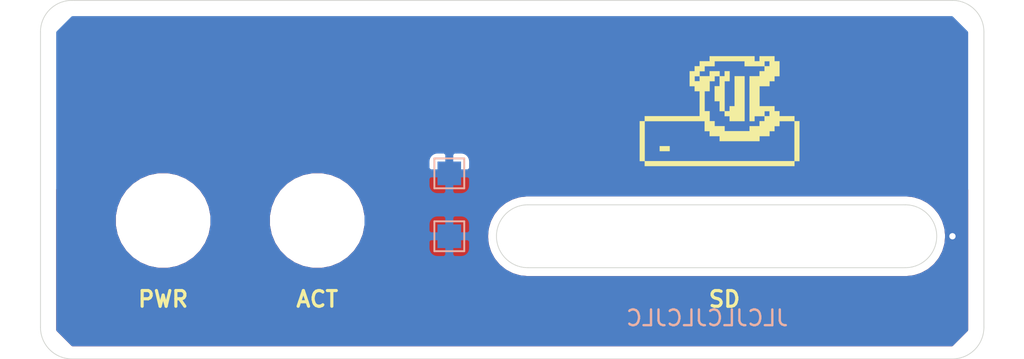
<source format=kicad_pcb>
(kicad_pcb (version 20171130) (host pcbnew "(5.1.12-1-10_14)")

  (general
    (thickness 1.6)
    (drawings 19)
    (tracks 5)
    (zones 0)
    (modules 5)
    (nets 2)
  )

  (page A4)
  (title_block
    (title "TashTwenty Tiny PCB front panel")
    (date 2022-06-08)
    (rev 1.1)
    (company Lostwave)
    (comment 1 https://68kmla.org)
    (comment 2 https://68kmla.org/bb/index.php?threads/tashtwenty-single-chip-dcd-hard-disk-20-interface.39357/)
    (comment 3 https://github.com/lampmerchant/tashtwenty)
  )

  (layers
    (0 F.Cu signal)
    (31 B.Cu power)
    (36 B.SilkS user)
    (37 F.SilkS user)
    (38 B.Mask user)
    (39 F.Mask user)
    (40 Dwgs.User user)
    (41 Cmts.User user)
    (44 Edge.Cuts user)
    (45 Margin user)
    (46 B.CrtYd user)
    (47 F.CrtYd user)
    (48 B.Fab user)
    (49 F.Fab user)
  )

  (setup
    (last_trace_width 0.25)
    (trace_clearance 0.2)
    (zone_clearance 0.508)
    (zone_45_only no)
    (trace_min 0.2)
    (via_size 0.8)
    (via_drill 0.4)
    (via_min_size 0.4)
    (via_min_drill 0.3)
    (uvia_size 0.3)
    (uvia_drill 0.1)
    (uvias_allowed no)
    (uvia_min_size 0.2)
    (uvia_min_drill 0.1)
    (edge_width 0.05)
    (segment_width 0.2)
    (pcb_text_width 0.3)
    (pcb_text_size 1.5 1.5)
    (mod_edge_width 0.12)
    (mod_text_size 1 1)
    (mod_text_width 0.15)
    (pad_size 5 5)
    (pad_drill 5)
    (pad_to_mask_clearance 0)
    (aux_axis_origin 0 0)
    (visible_elements FFFFFF7F)
    (pcbplotparams
      (layerselection 0x010f0_ffffffff)
      (usegerberextensions false)
      (usegerberattributes true)
      (usegerberadvancedattributes true)
      (creategerberjobfile true)
      (excludeedgelayer true)
      (linewidth 0.100000)
      (plotframeref false)
      (viasonmask false)
      (mode 1)
      (useauxorigin false)
      (hpglpennumber 1)
      (hpglpenspeed 20)
      (hpglpendiameter 15.000000)
      (psnegative false)
      (psa4output false)
      (plotreference true)
      (plotvalue true)
      (plotinvisibletext false)
      (padsonsilk false)
      (subtractmaskfromsilk false)
      (outputformat 1)
      (mirror false)
      (drillshape 0)
      (scaleselection 1)
      (outputdirectory ""))
  )

  (net 0 "")
  (net 1 Earth)

  (net_class Default "Ceci est la Netclass par défaut."
    (clearance 0.2)
    (trace_width 0.25)
    (via_dia 0.8)
    (via_drill 0.4)
    (uvia_dia 0.3)
    (uvia_drill 0.1)
    (add_net Earth)
  )

  (module TestPoint:TestPoint_Pad_1.5x1.5mm (layer B.Cu) (tedit 5A0F774F) (tstamp 6245F8D7)
    (at 64 51)
    (descr "SMD rectangular pad as test Point, square 1.5mm side length")
    (tags "test point SMD pad rectangle square")
    (path /6245FB73)
    (attr virtual)
    (fp_text reference TP2 (at 0 1.648) (layer B.SilkS) hide
      (effects (font (size 1 1) (thickness 0.15)) (justify mirror))
    )
    (fp_text value TestPoint (at 0 -1.75) (layer B.Fab)
      (effects (font (size 1 1) (thickness 0.15)) (justify mirror))
    )
    (fp_line (start -0.95 0.95) (end 0.95 0.95) (layer B.SilkS) (width 0.12))
    (fp_line (start 0.95 0.95) (end 0.95 -0.95) (layer B.SilkS) (width 0.12))
    (fp_line (start 0.95 -0.95) (end -0.95 -0.95) (layer B.SilkS) (width 0.12))
    (fp_line (start -0.95 -0.95) (end -0.95 0.95) (layer B.SilkS) (width 0.12))
    (fp_line (start -1.25 1.25) (end 1.25 1.25) (layer B.CrtYd) (width 0.05))
    (fp_line (start -1.25 1.25) (end -1.25 -1.25) (layer B.CrtYd) (width 0.05))
    (fp_line (start 1.25 -1.25) (end 1.25 1.25) (layer B.CrtYd) (width 0.05))
    (fp_line (start 1.25 -1.25) (end -1.25 -1.25) (layer B.CrtYd) (width 0.05))
    (fp_text user %R (at 0 1.65) (layer B.Fab)
      (effects (font (size 1 1) (thickness 0.15)) (justify mirror))
    )
    (pad 1 smd rect (at 0 0) (size 1.5 1.5) (layers B.Cu B.Mask)
      (net 1 Earth))
  )

  (module TestPoint:TestPoint_Pad_1.5x1.5mm (layer B.Cu) (tedit 5A0F774F) (tstamp 6245F8C9)
    (at 64 55)
    (descr "SMD rectangular pad as test Point, square 1.5mm side length")
    (tags "test point SMD pad rectangle square")
    (path /6246096F)
    (attr virtual)
    (fp_text reference TP1 (at 0 1.648) (layer B.SilkS) hide
      (effects (font (size 1 1) (thickness 0.15)) (justify mirror))
    )
    (fp_text value TestPoint (at 0 -1.75) (layer B.Fab)
      (effects (font (size 1 1) (thickness 0.15)) (justify mirror))
    )
    (fp_line (start -0.95 0.95) (end 0.95 0.95) (layer B.SilkS) (width 0.12))
    (fp_line (start 0.95 0.95) (end 0.95 -0.95) (layer B.SilkS) (width 0.12))
    (fp_line (start 0.95 -0.95) (end -0.95 -0.95) (layer B.SilkS) (width 0.12))
    (fp_line (start -0.95 -0.95) (end -0.95 0.95) (layer B.SilkS) (width 0.12))
    (fp_line (start -1.25 1.25) (end 1.25 1.25) (layer B.CrtYd) (width 0.05))
    (fp_line (start -1.25 1.25) (end -1.25 -1.25) (layer B.CrtYd) (width 0.05))
    (fp_line (start 1.25 -1.25) (end 1.25 1.25) (layer B.CrtYd) (width 0.05))
    (fp_line (start 1.25 -1.25) (end -1.25 -1.25) (layer B.CrtYd) (width 0.05))
    (fp_text user %R (at 0 1.65) (layer B.Fab)
      (effects (font (size 1 1) (thickness 0.15)) (justify mirror))
    )
    (pad 1 smd rect (at 0 0) (size 1.5 1.5) (layers B.Cu B.Mask)
      (net 1 Earth))
  )

  (module Logo:logo (layer F.Cu) (tedit 0) (tstamp 6249755C)
    (at 81 46.6)
    (fp_text reference G*** (at 0 0) (layer F.SilkS) hide
      (effects (font (size 1.524 1.524) (thickness 0.3)))
    )
    (fp_text value LOGO (at 0.75 0) (layer F.SilkS) hide
      (effects (font (size 1.524 1.524) (thickness 0.3)))
    )
    (fp_poly (pts (xy 0.8255 -1.4605) (xy 0.508 -1.4605) (xy 0.508 0.4445) (xy 0.1905 0.4445)
      (xy 0.1905 -0.1905) (xy -0.127 -0.1905) (xy -0.127 -1.143) (xy 0.1905 -1.143)
      (xy 0.1905 -1.778) (xy 0.508 -1.778) (xy 0.508 -2.0955) (xy 0.8255 -2.0955)
      (xy 0.8255 -1.4605)) (layer F.SilkS) (width 0.01))
    (fp_poly (pts (xy 1.778 1.0795) (xy 0.8255 1.0795) (xy 0.8255 0.762) (xy 0.508 0.762)
      (xy 0.508 0.4445) (xy 0.8255 0.4445) (xy 0.8255 0.127) (xy 1.143 0.127)
      (xy 1.143 -1.778) (xy 1.778 -1.778) (xy 1.778 1.0795)) (layer F.SilkS) (width 0.01))
    (fp_poly (pts (xy -2.9845 2.9845) (xy -3.6195 2.9845) (xy -3.6195 2.667) (xy -2.9845 2.667)
      (xy -2.9845 2.9845)) (layer F.SilkS) (width 0.01))
    (fp_poly (pts (xy 5.2705 1.0795) (xy 5.2705 3.6195) (xy 4.953 3.6195) (xy 4.953 3.937)
      (xy -4.572 3.937) (xy -4.572 3.6195) (xy -4.8895 3.6195) (xy -4.8895 1.0795)
      (xy -4.572 1.0795) (xy -4.572 3.6195) (xy 4.953 3.6195) (xy 4.953 1.0795)
      (xy 4.0005 1.0795) (xy 4.0005 1.397) (xy 3.683 1.397) (xy 3.683 1.7145)
      (xy 3.3655 1.7145) (xy 3.3655 2.032) (xy 2.7305 2.032) (xy 2.7305 2.3495)
      (xy 0.1905 2.3495) (xy 0.1905 2.032) (xy -0.4445 2.032) (xy -0.4445 1.7145)
      (xy -0.762 1.7145) (xy -0.762 1.0795) (xy -4.572 1.0795) (xy -4.572 0.762)
      (xy -1.0795 0.762) (xy -1.0795 -0.8255) (xy -1.397 -0.8255) (xy -1.397 -1.143)
      (xy -1.7145 -1.143) (xy -1.7145 -1.778) (xy -1.397 -1.778) (xy -1.397 -1.4605)
      (xy -1.0795 -1.4605) (xy -1.0795 -1.778) (xy -1.397 -1.778) (xy -1.7145 -1.778)
      (xy -1.7145 -2.0955) (xy -1.397 -2.0955) (xy -1.0795 -2.0955) (xy -1.0795 -1.778)
      (xy -0.4445 -1.778) (xy -0.4445 -2.0955) (xy 0.1905 -2.0955) (xy 0.1905 -1.778)
      (xy -0.127 -1.778) (xy -0.127 -1.4605) (xy -0.4445 -1.4605) (xy -0.4445 -0.8255)
      (xy -0.762 -0.8255) (xy -0.762 0.4445) (xy -0.4445 0.4445) (xy -0.4445 1.0795)
      (xy -0.127 1.0795) (xy -0.127 1.397) (xy 0.508 1.397) (xy 0.508 1.7145)
      (xy 2.0955 1.7145) (xy 2.0955 1.397) (xy 2.7305 1.397) (xy 2.7305 1.0795)
      (xy 3.048 1.0795) (xy 3.048 0.762) (xy 2.413 0.762) (xy 2.413 1.0795)
      (xy 2.0955 1.0795) (xy 2.0955 0.4445) (xy 3.048 0.4445) (xy 3.048 0.762)
      (xy 3.3655 0.762) (xy 3.3655 0.4445) (xy 3.048 0.4445) (xy 2.0955 0.4445)
      (xy 2.0955 -1.778) (xy 2.7305 -1.778) (xy 2.7305 -2.0955) (xy 3.048 -2.0955)
      (xy 3.048 -2.413) (xy 1.778 -2.413) (xy 1.778 -2.7305) (xy -0.127 -2.7305)
      (xy -0.127 -2.413) (xy -0.762 -2.413) (xy -0.762 -2.0955) (xy -1.0795 -2.0955)
      (xy -1.397 -2.0955) (xy -1.397 -2.413) (xy -1.0795 -2.413) (xy -1.0795 -2.7305)
      (xy -0.4445 -2.7305) (xy -0.4445 -3.048) (xy 2.413 -3.048) (xy 2.413 -2.7305)
      (xy 2.7305 -2.7305) (xy 3.048 -2.7305) (xy 3.048 -2.413) (xy 3.3655 -2.413)
      (xy 3.3655 -2.7305) (xy 3.048 -2.7305) (xy 2.7305 -2.7305) (xy 2.7305 -3.048)
      (xy 3.683 -3.048) (xy 3.683 -2.7305) (xy 4.0005 -2.7305) (xy 4.0005 -1.778)
      (xy 3.683 -1.778) (xy 3.683 -1.4605) (xy 3.3655 -1.4605) (xy 3.3655 -1.143)
      (xy 2.7305 -1.143) (xy 2.7305 0.127) (xy 3.683 0.127) (xy 3.683 0.4445)
      (xy 4.0005 0.4445) (xy 4.0005 0.762) (xy 4.953 0.762) (xy 4.953 1.0795)
      (xy 5.2705 1.0795)) (layer F.SilkS) (width 0.01))
  )

  (module MountingHole:MountingHole_5mm (layer F.Cu) (tedit 629E4F5C) (tstamp 624647FE)
    (at 55.6 54)
    (descr "Mounting Hole 5mm, no annular")
    (tags "mounting hole 5mm no annular")
    (path /6245F1E7)
    (attr virtual)
    (fp_text reference H2 (at 0 -6) (layer F.SilkS) hide
      (effects (font (size 1 1) (thickness 0.15)))
    )
    (fp_text value "Activity LED" (at 0 6) (layer F.Fab)
      (effects (font (size 1 1) (thickness 0.15)))
    )
    (fp_circle (center 0 0) (end 5.25 0) (layer F.CrtYd) (width 0.05))
    (fp_circle (center 0 0) (end 5 0) (layer Cmts.User) (width 0.15))
    (fp_text user %R (at 0.3 0) (layer F.Fab)
      (effects (font (size 1 1) (thickness 0.15)))
    )
    (pad "" np_thru_hole circle (at 0 0) (size 5 5) (drill 5) (layers *.Cu *.Mask))
  )

  (module MountingHole:MountingHole_5mm (layer F.Cu) (tedit 56D1B4CB) (tstamp 62464924)
    (at 45.8 54)
    (descr "Mounting Hole 5mm, no annular")
    (tags "mounting hole 5mm no annular")
    (path /6245E9E3)
    (attr virtual)
    (fp_text reference H1 (at 0 -6) (layer F.SilkS) hide
      (effects (font (size 1 1) (thickness 0.15)))
    )
    (fp_text value "Power LED" (at 0 6) (layer F.Fab)
      (effects (font (size 1 1) (thickness 0.15)))
    )
    (fp_circle (center 0 0) (end 5.25 0) (layer F.CrtYd) (width 0.05))
    (fp_circle (center 0 0) (end 5 0) (layer Cmts.User) (width 0.15))
    (fp_text user %R (at 0.3 0) (layer F.Fab)
      (effects (font (size 1 1) (thickness 0.15)))
    )
    (pad 1 np_thru_hole circle (at 0 0) (size 5 5) (drill 5) (layers *.Cu *.Mask))
  )

  (gr_line (start 37.5 51) (end 35.5 51) (layer Cmts.User) (width 0.15))
  (gr_line (start 99 51) (end 100.5 51) (layer Cmts.User) (width 0.15))
  (gr_text JLCJLCJLCJLC (at 80.4 60.2) (layer B.SilkS)
    (effects (font (size 1 1) (thickness 0.15)) (justify mirror))
  )
  (gr_text HD20 (at 51 46.5) (layer F.Cu) (tstamp 6249749B)
    (effects (font (size 3 4) (thickness 0.6)))
  )
  (gr_text ACT (at 55.6 59) (layer F.SilkS) (tstamp 624649DE)
    (effects (font (size 1 1) (thickness 0.2)))
  )
  (gr_text PWR (at 45.8 59) (layer F.SilkS) (tstamp 624649D9)
    (effects (font (size 1 1) (thickness 0.2)))
  )
  (gr_text SD (at 81.5 59) (layer F.SilkS)
    (effects (font (size 1 1) (thickness 0.2)))
  )
  (gr_arc (start 93 55) (end 93 57) (angle -180) (layer Edge.Cuts) (width 0.05) (tstamp 6245EB58))
  (gr_line (start 69 57) (end 93 57) (layer Edge.Cuts) (width 0.05) (tstamp 6245EB52))
  (gr_line (start 69 53) (end 93 53) (layer Edge.Cuts) (width 0.05) (tstamp 6245EB55))
  (gr_arc (start 69 55) (end 69 53) (angle -180) (layer Edge.Cuts) (width 0.05) (tstamp 6245EB4F))
  (gr_line (start 40 40) (end 96 40) (layer Edge.Cuts) (width 0.05) (tstamp 6245E871))
  (gr_line (start 38 60.8) (end 38 42) (layer Edge.Cuts) (width 0.05) (tstamp 6245E86E))
  (gr_line (start 96 62.8) (end 40 62.8) (layer Edge.Cuts) (width 0.05) (tstamp 6245E86A))
  (gr_line (start 98 42) (end 98 60.8) (layer Edge.Cuts) (width 0.05) (tstamp 6245E865))
  (gr_arc (start 96 60.8) (end 96 62.8) (angle -90) (layer Edge.Cuts) (width 0.05) (tstamp 6245E836))
  (gr_arc (start 40 60.8) (end 38 60.8) (angle -90) (layer Edge.Cuts) (width 0.05) (tstamp 6245E826))
  (gr_arc (start 96 42) (end 98 42) (angle -90) (layer Edge.Cuts) (width 0.05) (tstamp 6245E818))
  (gr_arc (start 40 42) (end 40 40) (angle -90) (layer Edge.Cuts) (width 0.05))

  (segment (start 64 56) (end 64 51) (width 0.25) (layer B.Cu) (net 1))
  (segment (start 64 51) (end 94 51) (width 0.25) (layer B.Cu) (net 1))
  (segment (start 94 51) (end 96 53) (width 0.25) (layer B.Cu) (net 1))
  (via (at 96 55) (size 0.8) (drill 0.4) (layers F.Cu B.Cu) (net 1))
  (segment (start 96 53) (end 96 56) (width 0.25) (layer B.Cu) (net 1))

  (zone (net 1) (net_name Earth) (layer B.Cu) (tstamp 629FCD86) (hatch edge 0.508)
    (connect_pads (clearance 0.508))
    (min_thickness 0.254)
    (fill yes (arc_segments 32) (thermal_gap 0.508) (thermal_bridge_width 0.508))
    (polygon
      (pts
        (xy 97 42) (xy 97 61) (xy 96 62) (xy 40 62) (xy 39 61)
        (xy 39 42) (xy 40 41) (xy 96 41)
      )
    )
    (filled_polygon
      (pts
        (xy 96.873 42.052606) (xy 96.873 60.947394) (xy 95.947394 61.873) (xy 40.052606 61.873) (xy 39.127 60.947394)
        (xy 39.127 53.691229) (xy 42.665 53.691229) (xy 42.665 54.308771) (xy 42.785476 54.914446) (xy 43.021799 55.484979)
        (xy 43.364886 55.998446) (xy 43.801554 56.435114) (xy 44.315021 56.778201) (xy 44.885554 57.014524) (xy 45.491229 57.135)
        (xy 46.108771 57.135) (xy 46.714446 57.014524) (xy 47.284979 56.778201) (xy 47.798446 56.435114) (xy 48.235114 55.998446)
        (xy 48.578201 55.484979) (xy 48.814524 54.914446) (xy 48.935 54.308771) (xy 48.935 53.691229) (xy 52.465 53.691229)
        (xy 52.465 54.308771) (xy 52.585476 54.914446) (xy 52.821799 55.484979) (xy 53.164886 55.998446) (xy 53.601554 56.435114)
        (xy 54.115021 56.778201) (xy 54.685554 57.014524) (xy 55.291229 57.135) (xy 55.908771 57.135) (xy 56.514446 57.014524)
        (xy 57.084979 56.778201) (xy 57.598446 56.435114) (xy 58.035114 55.998446) (xy 58.201119 55.75) (xy 62.611928 55.75)
        (xy 62.624188 55.874482) (xy 62.660498 55.99418) (xy 62.719463 56.104494) (xy 62.798815 56.201185) (xy 62.895506 56.280537)
        (xy 63.00582 56.339502) (xy 63.125518 56.375812) (xy 63.25 56.388072) (xy 63.71425 56.385) (xy 63.873 56.22625)
        (xy 63.873 55.127) (xy 64.127 55.127) (xy 64.127 56.22625) (xy 64.28575 56.385) (xy 64.75 56.388072)
        (xy 64.874482 56.375812) (xy 64.99418 56.339502) (xy 65.104494 56.280537) (xy 65.201185 56.201185) (xy 65.280537 56.104494)
        (xy 65.339502 55.99418) (xy 65.375812 55.874482) (xy 65.388072 55.75) (xy 65.385 55.28575) (xy 65.22625 55.127)
        (xy 64.127 55.127) (xy 63.873 55.127) (xy 62.77375 55.127) (xy 62.615 55.28575) (xy 62.611928 55.75)
        (xy 58.201119 55.75) (xy 58.378201 55.484979) (xy 58.598079 54.954147) (xy 66.342765 54.954147) (xy 66.343183 55.013964)
        (xy 66.342765 55.073781) (xy 66.343665 55.082952) (xy 66.384466 55.471145) (xy 66.396487 55.529708) (xy 66.407702 55.588501)
        (xy 66.410366 55.597323) (xy 66.52579 55.970198) (xy 66.548975 56.025353) (xy 66.571379 56.080806) (xy 66.575706 56.088943)
        (xy 66.761357 56.432298) (xy 66.79478 56.481849) (xy 66.827562 56.531946) (xy 66.833387 56.539087) (xy 67.082194 56.839841)
        (xy 67.124629 56.881981) (xy 67.166492 56.92473) (xy 67.173592 56.930604) (xy 67.476077 57.177305) (xy 67.525904 57.210409)
        (xy 67.575259 57.244204) (xy 67.583365 57.248587) (xy 67.928007 57.431837) (xy 67.983311 57.454631) (xy 68.038295 57.478198)
        (xy 68.047098 57.480923) (xy 68.42077 57.593741) (xy 68.479458 57.605361) (xy 68.537961 57.617797) (xy 68.547126 57.61876)
        (xy 68.935595 57.65685) (xy 68.935598 57.65685) (xy 68.967581 57.66) (xy 93.032419 57.66) (xy 93.066382 57.656655)
        (xy 93.092329 57.656655) (xy 93.101494 57.655692) (xy 93.489393 57.612182) (xy 93.547873 57.599751) (xy 93.606583 57.588127)
        (xy 93.615386 57.585401) (xy 93.987447 57.467377) (xy 94.04243 57.443811) (xy 94.097736 57.421016) (xy 94.105842 57.416633)
        (xy 94.447892 57.228589) (xy 94.497221 57.194812) (xy 94.547074 57.161691) (xy 94.554174 57.155816) (xy 94.853185 56.904916)
        (xy 94.895029 56.862186) (xy 94.937484 56.820027) (xy 94.943308 56.812886) (xy 95.187892 56.508684) (xy 95.22064 56.458639)
        (xy 95.254097 56.409038) (xy 95.258423 56.400901) (xy 95.439262 56.054989) (xy 95.461665 55.99954) (xy 95.484852 55.944381)
        (xy 95.487515 55.935559) (xy 95.597722 55.561109) (xy 95.608925 55.502379) (xy 95.62096 55.44375) (xy 95.621859 55.434579)
        (xy 95.657235 55.045853) (xy 95.656817 54.986036) (xy 95.657235 54.926219) (xy 95.656335 54.917047) (xy 95.615534 54.528855)
        (xy 95.603514 54.470299) (xy 95.592298 54.411498) (xy 95.589634 54.402677) (xy 95.47421 54.029802) (xy 95.451025 53.974647)
        (xy 95.428621 53.919194) (xy 95.424294 53.911058) (xy 95.424294 53.911057) (xy 95.424291 53.911053) (xy 95.238643 53.567702)
        (xy 95.205187 53.518101) (xy 95.172437 53.468054) (xy 95.166613 53.460913) (xy 94.917806 53.160158) (xy 94.875371 53.118019)
        (xy 94.833508 53.075269) (xy 94.826407 53.069396) (xy 94.523923 52.822695) (xy 94.474107 52.789598) (xy 94.424741 52.755795)
        (xy 94.416635 52.751413) (xy 94.071993 52.568163) (xy 94.016687 52.545368) (xy 93.961704 52.521802) (xy 93.952901 52.519077)
        (xy 93.57923 52.406259) (xy 93.520542 52.394639) (xy 93.462039 52.382203) (xy 93.452874 52.38124) (xy 93.064405 52.34315)
        (xy 93.064402 52.34315) (xy 93.032419 52.34) (xy 68.967581 52.34) (xy 68.933618 52.343345) (xy 68.907671 52.343345)
        (xy 68.898507 52.344308) (xy 68.510607 52.387818) (xy 68.452127 52.400249) (xy 68.393417 52.411873) (xy 68.384614 52.414599)
        (xy 68.012553 52.532623) (xy 67.957631 52.556163) (xy 67.902264 52.578983) (xy 67.894158 52.583367) (xy 67.552108 52.771411)
        (xy 67.502795 52.805177) (xy 67.452926 52.838309) (xy 67.445826 52.844184) (xy 67.146815 53.095084) (xy 67.104987 53.137797)
        (xy 67.062516 53.179973) (xy 67.056692 53.187114) (xy 66.812108 53.491315) (xy 66.779348 53.541378) (xy 66.745903 53.590962)
        (xy 66.741577 53.599099) (xy 66.560738 53.945012) (xy 66.538341 54.000447) (xy 66.515148 54.055619) (xy 66.512485 54.064441)
        (xy 66.402278 54.438891) (xy 66.391075 54.497621) (xy 66.37904 54.55625) (xy 66.378141 54.565421) (xy 66.342765 54.954147)
        (xy 58.598079 54.954147) (xy 58.614524 54.914446) (xy 58.735 54.308771) (xy 58.735 54.25) (xy 62.611928 54.25)
        (xy 62.615 54.71425) (xy 62.77375 54.873) (xy 63.873 54.873) (xy 63.873 53.77375) (xy 64.127 53.77375)
        (xy 64.127 54.873) (xy 65.22625 54.873) (xy 65.385 54.71425) (xy 65.388072 54.25) (xy 65.375812 54.125518)
        (xy 65.339502 54.00582) (xy 65.280537 53.895506) (xy 65.201185 53.798815) (xy 65.104494 53.719463) (xy 64.99418 53.660498)
        (xy 64.874482 53.624188) (xy 64.75 53.611928) (xy 64.28575 53.615) (xy 64.127 53.77375) (xy 63.873 53.77375)
        (xy 63.71425 53.615) (xy 63.25 53.611928) (xy 63.125518 53.624188) (xy 63.00582 53.660498) (xy 62.895506 53.719463)
        (xy 62.798815 53.798815) (xy 62.719463 53.895506) (xy 62.660498 54.00582) (xy 62.624188 54.125518) (xy 62.611928 54.25)
        (xy 58.735 54.25) (xy 58.735 53.691229) (xy 58.614524 53.085554) (xy 58.378201 52.515021) (xy 58.035114 52.001554)
        (xy 57.78356 51.75) (xy 62.611928 51.75) (xy 62.624188 51.874482) (xy 62.660498 51.99418) (xy 62.719463 52.104494)
        (xy 62.798815 52.201185) (xy 62.895506 52.280537) (xy 63.00582 52.339502) (xy 63.125518 52.375812) (xy 63.25 52.388072)
        (xy 63.71425 52.385) (xy 63.873 52.22625) (xy 63.873 51.127) (xy 64.127 51.127) (xy 64.127 52.22625)
        (xy 64.28575 52.385) (xy 64.75 52.388072) (xy 64.874482 52.375812) (xy 64.99418 52.339502) (xy 65.104494 52.280537)
        (xy 65.201185 52.201185) (xy 65.280537 52.104494) (xy 65.339502 51.99418) (xy 65.375812 51.874482) (xy 65.388072 51.75)
        (xy 65.385 51.28575) (xy 65.22625 51.127) (xy 64.127 51.127) (xy 63.873 51.127) (xy 62.77375 51.127)
        (xy 62.615 51.28575) (xy 62.611928 51.75) (xy 57.78356 51.75) (xy 57.598446 51.564886) (xy 57.084979 51.221799)
        (xy 56.514446 50.985476) (xy 55.908771 50.865) (xy 55.291229 50.865) (xy 54.685554 50.985476) (xy 54.115021 51.221799)
        (xy 53.601554 51.564886) (xy 53.164886 52.001554) (xy 52.821799 52.515021) (xy 52.585476 53.085554) (xy 52.465 53.691229)
        (xy 48.935 53.691229) (xy 48.814524 53.085554) (xy 48.578201 52.515021) (xy 48.235114 52.001554) (xy 47.798446 51.564886)
        (xy 47.284979 51.221799) (xy 46.714446 50.985476) (xy 46.108771 50.865) (xy 45.491229 50.865) (xy 44.885554 50.985476)
        (xy 44.315021 51.221799) (xy 43.801554 51.564886) (xy 43.364886 52.001554) (xy 43.021799 52.515021) (xy 42.785476 53.085554)
        (xy 42.665 53.691229) (xy 39.127 53.691229) (xy 39.127 50.25) (xy 62.611928 50.25) (xy 62.615 50.71425)
        (xy 62.77375 50.873) (xy 63.873 50.873) (xy 63.873 49.77375) (xy 64.127 49.77375) (xy 64.127 50.873)
        (xy 65.22625 50.873) (xy 65.385 50.71425) (xy 65.388072 50.25) (xy 65.375812 50.125518) (xy 65.339502 50.00582)
        (xy 65.280537 49.895506) (xy 65.201185 49.798815) (xy 65.104494 49.719463) (xy 64.99418 49.660498) (xy 64.874482 49.624188)
        (xy 64.75 49.611928) (xy 64.28575 49.615) (xy 64.127 49.77375) (xy 63.873 49.77375) (xy 63.71425 49.615)
        (xy 63.25 49.611928) (xy 63.125518 49.624188) (xy 63.00582 49.660498) (xy 62.895506 49.719463) (xy 62.798815 49.798815)
        (xy 62.719463 49.895506) (xy 62.660498 50.00582) (xy 62.624188 50.125518) (xy 62.611928 50.25) (xy 39.127 50.25)
        (xy 39.127 42.052606) (xy 40.052606 41.127) (xy 95.947394 41.127)
      )
    )
  )
  (zone (net 1) (net_name Earth) (layer F.Cu) (tstamp 629FCD83) (hatch edge 0.508)
    (connect_pads (clearance 0.508))
    (min_thickness 0.254)
    (fill yes (arc_segments 32) (thermal_gap 0.508) (thermal_bridge_width 0.508))
    (polygon
      (pts
        (xy 59.5 51) (xy 96 51) (xy 97 52) (xy 97 61) (xy 96 62)
        (xy 40 62) (xy 39 61) (xy 39 52) (xy 40 51) (xy 42.5 51)
        (xy 43.5 50) (xy 58.5 50)
      )
    )
    (filled_polygon
      (pts
        (xy 59.410197 51.089803) (xy 59.429443 51.105597) (xy 59.451399 51.117333) (xy 59.475224 51.12456) (xy 59.5 51.127)
        (xy 95.947394 51.127) (xy 96.873 52.052606) (xy 96.873 60.947394) (xy 95.947394 61.873) (xy 40.052606 61.873)
        (xy 39.127 60.947394) (xy 39.127 53.691229) (xy 42.665 53.691229) (xy 42.665 54.308771) (xy 42.785476 54.914446)
        (xy 43.021799 55.484979) (xy 43.364886 55.998446) (xy 43.801554 56.435114) (xy 44.315021 56.778201) (xy 44.885554 57.014524)
        (xy 45.491229 57.135) (xy 46.108771 57.135) (xy 46.714446 57.014524) (xy 47.284979 56.778201) (xy 47.798446 56.435114)
        (xy 48.235114 55.998446) (xy 48.578201 55.484979) (xy 48.814524 54.914446) (xy 48.935 54.308771) (xy 48.935 53.691229)
        (xy 52.465 53.691229) (xy 52.465 54.308771) (xy 52.585476 54.914446) (xy 52.821799 55.484979) (xy 53.164886 55.998446)
        (xy 53.601554 56.435114) (xy 54.115021 56.778201) (xy 54.685554 57.014524) (xy 55.291229 57.135) (xy 55.908771 57.135)
        (xy 56.514446 57.014524) (xy 57.084979 56.778201) (xy 57.598446 56.435114) (xy 58.035114 55.998446) (xy 58.378201 55.484979)
        (xy 58.598079 54.954147) (xy 66.342765 54.954147) (xy 66.343183 55.013964) (xy 66.342765 55.073781) (xy 66.343665 55.082952)
        (xy 66.384466 55.471145) (xy 66.396487 55.529708) (xy 66.407702 55.588501) (xy 66.410366 55.597323) (xy 66.52579 55.970198)
        (xy 66.548975 56.025353) (xy 66.571379 56.080806) (xy 66.575706 56.088943) (xy 66.761357 56.432298) (xy 66.79478 56.481849)
        (xy 66.827562 56.531946) (xy 66.833387 56.539087) (xy 67.082194 56.839841) (xy 67.124629 56.881981) (xy 67.166492 56.92473)
        (xy 67.173592 56.930604) (xy 67.476077 57.177305) (xy 67.525904 57.210409) (xy 67.575259 57.244204) (xy 67.583365 57.248587)
        (xy 67.928007 57.431837) (xy 67.983311 57.454631) (xy 68.038295 57.478198) (xy 68.047098 57.480923) (xy 68.42077 57.593741)
        (xy 68.479458 57.605361) (xy 68.537961 57.617797) (xy 68.547126 57.61876) (xy 68.935595 57.65685) (xy 68.935598 57.65685)
        (xy 68.967581 57.66) (xy 93.032419 57.66) (xy 93.066382 57.656655) (xy 93.092329 57.656655) (xy 93.101494 57.655692)
        (xy 93.489393 57.612182) (xy 93.547873 57.599751) (xy 93.606583 57.588127) (xy 93.615386 57.585401) (xy 93.987447 57.467377)
        (xy 94.04243 57.443811) (xy 94.097736 57.421016) (xy 94.105842 57.416633) (xy 94.447892 57.228589) (xy 94.497221 57.194812)
        (xy 94.547074 57.161691) (xy 94.554174 57.155816) (xy 94.853185 56.904916) (xy 94.895029 56.862186) (xy 94.937484 56.820027)
        (xy 94.943308 56.812886) (xy 95.187892 56.508684) (xy 95.22064 56.458639) (xy 95.254097 56.409038) (xy 95.258423 56.400901)
        (xy 95.439262 56.054989) (xy 95.461665 55.99954) (xy 95.484852 55.944381) (xy 95.487515 55.935559) (xy 95.597722 55.561109)
        (xy 95.608925 55.502379) (xy 95.62096 55.44375) (xy 95.621859 55.434579) (xy 95.657235 55.045853) (xy 95.656817 54.986036)
        (xy 95.657235 54.926219) (xy 95.656335 54.917047) (xy 95.615534 54.528855) (xy 95.603514 54.470299) (xy 95.592298 54.411498)
        (xy 95.589634 54.402677) (xy 95.47421 54.029802) (xy 95.451025 53.974647) (xy 95.428621 53.919194) (xy 95.424294 53.911058)
        (xy 95.424294 53.911057) (xy 95.424291 53.911053) (xy 95.238643 53.567702) (xy 95.205187 53.518101) (xy 95.172437 53.468054)
        (xy 95.166613 53.460913) (xy 94.917806 53.160158) (xy 94.875371 53.118019) (xy 94.833508 53.075269) (xy 94.826407 53.069396)
        (xy 94.523923 52.822695) (xy 94.474107 52.789598) (xy 94.424741 52.755795) (xy 94.416635 52.751413) (xy 94.071993 52.568163)
        (xy 94.016687 52.545368) (xy 93.961704 52.521802) (xy 93.952901 52.519077) (xy 93.57923 52.406259) (xy 93.520542 52.394639)
        (xy 93.462039 52.382203) (xy 93.452874 52.38124) (xy 93.064405 52.34315) (xy 93.064402 52.34315) (xy 93.032419 52.34)
        (xy 68.967581 52.34) (xy 68.933618 52.343345) (xy 68.907671 52.343345) (xy 68.898507 52.344308) (xy 68.510607 52.387818)
        (xy 68.452127 52.400249) (xy 68.393417 52.411873) (xy 68.384614 52.414599) (xy 68.012553 52.532623) (xy 67.957631 52.556163)
        (xy 67.902264 52.578983) (xy 67.894158 52.583367) (xy 67.552108 52.771411) (xy 67.502795 52.805177) (xy 67.452926 52.838309)
        (xy 67.445826 52.844184) (xy 67.146815 53.095084) (xy 67.104987 53.137797) (xy 67.062516 53.179973) (xy 67.056692 53.187114)
        (xy 66.812108 53.491315) (xy 66.779348 53.541378) (xy 66.745903 53.590962) (xy 66.741577 53.599099) (xy 66.560738 53.945012)
        (xy 66.538341 54.000447) (xy 66.515148 54.055619) (xy 66.512485 54.064441) (xy 66.402278 54.438891) (xy 66.391075 54.497621)
        (xy 66.37904 54.55625) (xy 66.378141 54.565421) (xy 66.342765 54.954147) (xy 58.598079 54.954147) (xy 58.614524 54.914446)
        (xy 58.735 54.308771) (xy 58.735 53.691229) (xy 58.614524 53.085554) (xy 58.378201 52.515021) (xy 58.035114 52.001554)
        (xy 57.598446 51.564886) (xy 57.084979 51.221799) (xy 56.514446 50.985476) (xy 55.908771 50.865) (xy 55.291229 50.865)
        (xy 54.685554 50.985476) (xy 54.115021 51.221799) (xy 53.601554 51.564886) (xy 53.164886 52.001554) (xy 52.821799 52.515021)
        (xy 52.585476 53.085554) (xy 52.465 53.691229) (xy 48.935 53.691229) (xy 48.814524 53.085554) (xy 48.578201 52.515021)
        (xy 48.235114 52.001554) (xy 47.798446 51.564886) (xy 47.284979 51.221799) (xy 46.714446 50.985476) (xy 46.108771 50.865)
        (xy 45.491229 50.865) (xy 44.885554 50.985476) (xy 44.315021 51.221799) (xy 43.801554 51.564886) (xy 43.364886 52.001554)
        (xy 43.021799 52.515021) (xy 42.785476 53.085554) (xy 42.665 53.691229) (xy 39.127 53.691229) (xy 39.127 52.052606)
        (xy 40.052606 51.127) (xy 42.5 51.127) (xy 42.524776 51.12456) (xy 42.548601 51.117333) (xy 42.570557 51.105597)
        (xy 42.589803 51.089803) (xy 43.552606 50.127) (xy 58.447394 50.127)
      )
    )
  )
)

</source>
